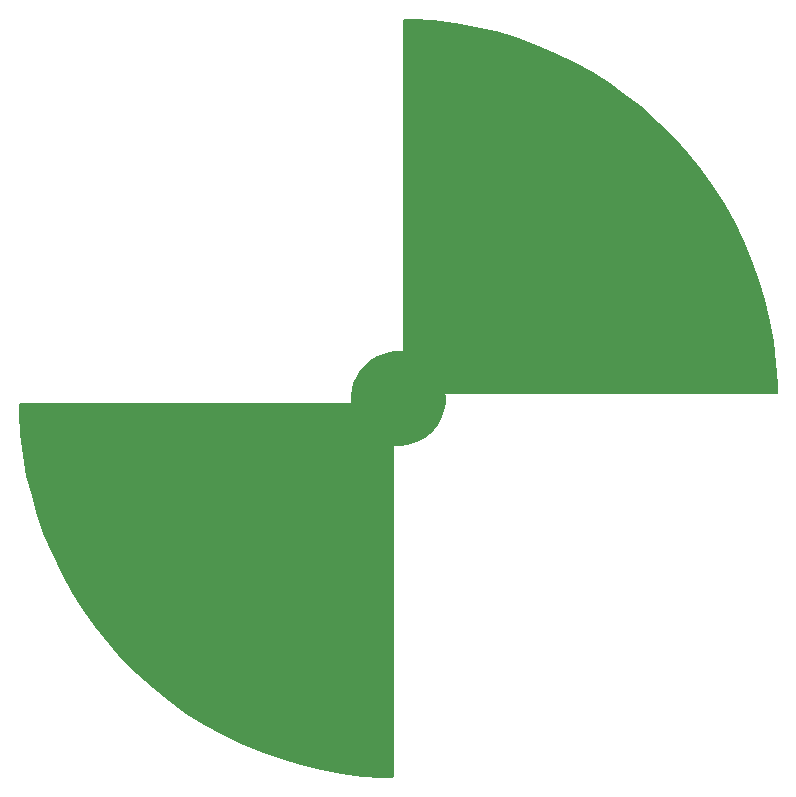
<source format=gtl>
%FSTAX23Y23*%
%MOIN*%
%SFA1B1*%

%IPPOS*%
%ADD12C,0.078740*%
%ADD13C,0.098430*%
%LNrotor-1*%
%LPD*%
G36*
X04024Y04224D02*
X04094Y0422D01*
X04163Y04211*
X04232Y04199*
X043Y04183*
X04367Y04163*
X04433Y04139*
X04498Y04112*
X0456Y04082*
X04622Y04047*
X04681Y0401*
X04738Y03969*
X04792Y03926*
X04844Y03879*
X04894Y0383*
X0494Y03778*
X04984Y03723*
X05025Y03666*
X05062Y03607*
X05096Y03546*
X05127Y03483*
X05154Y03419*
X05178Y03353*
X05197Y03286*
X05214Y03218*
X05226Y03149*
X05234Y03079*
X05239Y03009*
X05239Y02978*
X05236Y02975*
X04131Y02974*
X04132Y0297*
Y02949*
X04129Y02929*
X04124Y02909*
X04116Y0289*
X04106Y02872*
X04093Y02855*
X04079Y02841*
X04062Y02828*
X04044Y02818*
X04025Y0281*
X04005Y02805*
X03985Y02802*
X03964*
X0396Y02803*
Y01699*
X03955Y01694*
X03925Y01695*
X03855Y01699*
X03786Y01708*
X03717Y0172*
X03649Y01736*
X03582Y01756*
X03516Y0178*
X03451Y01807*
X03389Y01837*
X03327Y01872*
X03268Y01909*
X03211Y0195*
X03157Y01993*
X03105Y0204*
X03055Y02089*
X03009Y02141*
X02965Y02196*
X02924Y02253*
X02887Y02312*
X02853Y02373*
X02822Y02436*
X02795Y02501*
X02771Y02566*
X02752Y02633*
X02735Y02701*
X02723Y0277*
X02715Y0284*
X0271Y0291*
X0271Y02941*
X02713Y02944*
X03818Y02945*
X03817Y02949*
Y0296*
Y0297*
X0382Y0299*
X03825Y0301*
X03833Y03029*
X03843Y03047*
X03856Y03064*
X0387Y03078*
X03887Y03091*
X03905Y03101*
X03924Y03109*
X03944Y03114*
X03964Y03117*
X03985*
X03989Y03116*
Y04221*
X03993Y04225*
X04024Y04224*
G37*
G54D12*
X04055Y0296D03*
G54D13*
X03975Y0296D03*
M02*
</source>
